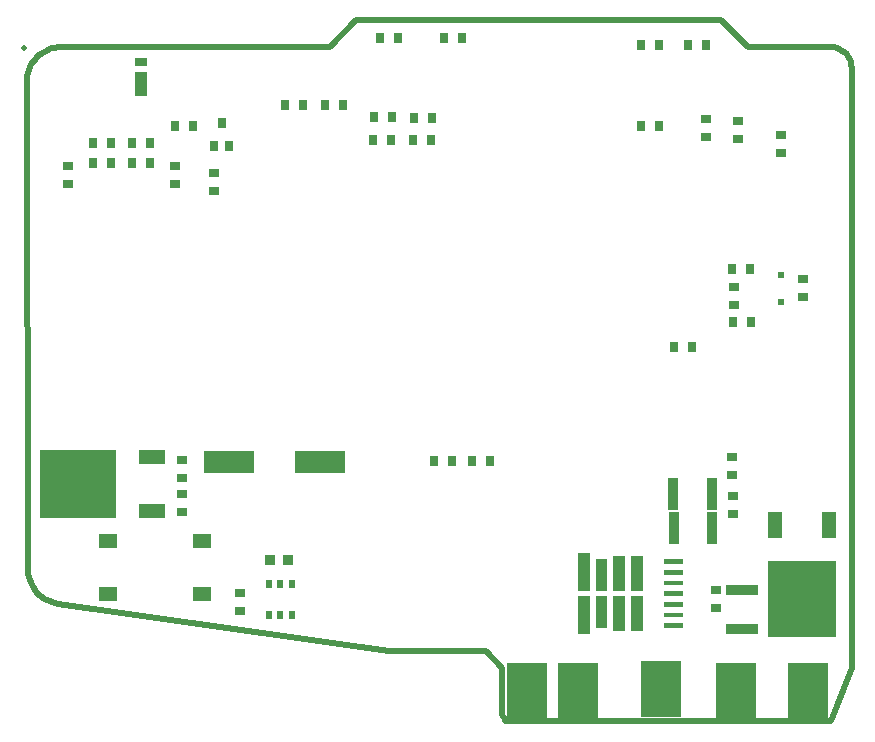
<source format=gtp>
G04*
G04 #@! TF.GenerationSoftware,Altium Limited,Altium Designer,22.2.1 (43)*
G04*
G04 Layer_Color=8421504*
%FSLAX25Y25*%
%MOIN*%
G70*
G04*
G04 #@! TF.SameCoordinates,5B388EAC-A044-4A36-8472-2700C52922B7*
G04*
G04*
G04 #@! TF.FilePolarity,Positive*
G04*
G01*
G75*
%ADD16C,0.01968*%
%ADD19R,0.02600X0.03600*%
%ADD20R,0.03600X0.02600*%
%ADD21R,0.01968X0.02953*%
%ADD22R,0.03740X0.03740*%
%ADD23R,0.03740X0.10630*%
%ADD24R,0.13504X0.18504*%
%ADD25R,0.04331X0.03150*%
%ADD26R,0.04331X0.07874*%
%ADD27R,0.25197X0.22835*%
%ADD28R,0.08661X0.04724*%
%ADD29R,0.06102X0.05118*%
%ADD30R,0.10630X0.03740*%
%ADD31R,0.04724X0.08661*%
%ADD32R,0.22835X0.25197*%
%ADD33R,0.01962X0.01962*%
%ADD34R,0.02756X0.03543*%
%ADD35R,0.17100X0.07600*%
G36*
X218757Y62307D02*
Y60732D01*
X212458Y60732D01*
X212458Y62307D01*
X218757Y62307D01*
D02*
G37*
G36*
Y57189D02*
X212458Y57189D01*
X212458Y58764D01*
X218757D01*
Y57189D01*
D02*
G37*
G36*
Y55221D02*
Y53646D01*
X212458Y53646D01*
X212458Y55221D01*
X218757Y55221D01*
D02*
G37*
G36*
X205371Y51677D02*
X201434Y51677D01*
Y63488D01*
X205371D01*
X205371Y51677D01*
D02*
G37*
G36*
X199466Y51677D02*
X195529D01*
Y63488D01*
X199466D01*
Y51677D01*
D02*
G37*
G36*
X193560D02*
X189623Y51677D01*
Y62306D01*
X193560Y62307D01*
Y51677D01*
D02*
G37*
G36*
X187655D02*
X183718D01*
Y64473D01*
X187655D01*
Y51677D01*
D02*
G37*
G36*
X218757Y50102D02*
X212458Y50102D01*
Y51677D01*
X218757D01*
Y50102D01*
D02*
G37*
G36*
Y46559D02*
X212458Y46559D01*
Y48134D01*
X218757D01*
Y46559D01*
D02*
G37*
G36*
Y43016D02*
X212458Y43016D01*
Y44591D01*
X218757D01*
Y43016D01*
D02*
G37*
G36*
Y39472D02*
X212458Y39472D01*
Y41047D01*
X218757D01*
Y39472D01*
D02*
G37*
G36*
X193560Y39472D02*
X189623Y39473D01*
X189623Y50102D01*
X193560D01*
Y39472D01*
D02*
G37*
G36*
X205371Y50102D02*
X205371Y38291D01*
X201434D01*
Y50102D01*
X205371Y50102D01*
D02*
G37*
G36*
X199466Y38291D02*
X195529D01*
Y50102D01*
X199466D01*
Y38291D01*
D02*
G37*
G36*
X187655Y37307D02*
X183718D01*
Y50102D01*
X187655D01*
Y37307D01*
D02*
G37*
D16*
X-1000Y232850D02*
X-880Y232730D01*
X274955Y226045D02*
X274884Y227035D01*
X274673Y228005D01*
X274326Y228934D01*
X273851Y229805D01*
X273256Y230600D01*
X272554Y231301D01*
X271760Y231896D01*
X270889Y232371D01*
X269959Y232718D01*
X268990Y232929D01*
X268000Y233000D01*
X269Y59520D02*
X311Y58508D01*
X436Y57503D01*
X644Y56511D01*
X933Y55540D01*
X1302Y54597D01*
X1747Y53687D01*
X2265Y52817D01*
X2854Y51992D01*
X3509Y51219D01*
X4226Y50503D01*
X4999Y49849D01*
X5824Y49261D01*
X6694Y48743D01*
X7604Y48298D01*
X8548Y47930D01*
X9519Y47642D01*
X10511Y47435D01*
X11472Y233000D02*
X10472Y232956D01*
X9480Y232826D01*
X8503Y232609D01*
X7548Y232308D01*
X6624Y231925D01*
X5736Y231463D01*
X4892Y230925D01*
X4098Y230316D01*
X3360Y229640D01*
X2684Y228902D01*
X2075Y228108D01*
X1537Y227264D01*
X1075Y226376D01*
X692Y225452D01*
X391Y224497D01*
X174Y223520D01*
X44Y222528D01*
X0Y221528D01*
X80127Y233123D02*
X100995D01*
X109884Y242012D01*
X158285Y10330D02*
X159404Y9211D01*
Y8307D02*
Y9211D01*
Y8307D02*
X268232D01*
X158285Y10330D02*
Y26236D01*
X268232Y8307D02*
X274933Y26054D01*
X274955Y226045D01*
X120798Y31598D02*
X152923D01*
X158285Y26236D01*
X109884Y242012D02*
X231322D01*
X47300Y233123D02*
X80127D01*
X11925D02*
X47300D01*
X231322Y242012D02*
X240322Y233012D01*
X267500D01*
X10511Y47435D02*
X120798Y31598D01*
X0Y221528D02*
X269Y59520D01*
X274955Y226045D02*
X274884Y227035D01*
X274673Y228005D01*
X274326Y228934D01*
X273851Y229805D01*
X273256Y230600D01*
X272554Y231301D01*
X271760Y231896D01*
X270889Y232371D01*
X269959Y232718D01*
X268990Y232929D01*
X268000Y233000D01*
X269Y59520D02*
X311Y58508D01*
X436Y57503D01*
X644Y56511D01*
X933Y55540D01*
X1302Y54597D01*
X1747Y53687D01*
X2265Y52817D01*
X2854Y51992D01*
X3509Y51219D01*
X4226Y50503D01*
X4999Y49849D01*
X5824Y49261D01*
X6694Y48743D01*
X7604Y48298D01*
X8548Y47930D01*
X9519Y47642D01*
X10511Y47435D01*
X11472Y233000D02*
X10472Y232956D01*
X9480Y232826D01*
X8503Y232609D01*
X7548Y232308D01*
X6624Y231925D01*
X5736Y231463D01*
X4892Y230925D01*
X4098Y230316D01*
X3360Y229640D01*
X2684Y228902D01*
X2075Y228108D01*
X1537Y227264D01*
X1075Y226376D01*
X692Y225452D01*
X391Y224497D01*
X174Y223520D01*
X44Y222528D01*
X0Y221528D01*
X80127Y233123D02*
X100995D01*
X109884Y242012D01*
X158285Y10330D02*
X159404Y9211D01*
Y8307D02*
Y9211D01*
Y8307D02*
X268232D01*
X158285Y10330D02*
Y26236D01*
X268232Y8307D02*
X274933Y26054D01*
X274955Y226045D01*
X120798Y31598D02*
X152923D01*
X158285Y26236D01*
X109884Y242012D02*
X231322D01*
X47300Y233123D02*
X80127D01*
X11925D02*
X47300D01*
X231322Y242012D02*
X240322Y233012D01*
X267500D01*
X10511Y47435D02*
X120798Y31598D01*
X0Y221528D02*
X269Y59520D01*
D19*
X241134Y159022D02*
D03*
X235134D02*
D03*
X235289Y141301D02*
D03*
X241289D02*
D03*
X221735Y132989D02*
D03*
X215735D02*
D03*
X226486Y233685D02*
D03*
X220486D02*
D03*
X210833Y233772D02*
D03*
X204833D02*
D03*
X117743Y236000D02*
D03*
X123743D02*
D03*
X138949D02*
D03*
X144949D02*
D03*
X49500Y206908D02*
D03*
X55500D02*
D03*
X148500Y95000D02*
D03*
X154500D02*
D03*
X135686Y94968D02*
D03*
X141686D02*
D03*
X35000Y201000D02*
D03*
X41000D02*
D03*
X22000D02*
D03*
X28000D02*
D03*
X134804Y202211D02*
D03*
X128804D02*
D03*
X92000Y213843D02*
D03*
X86000D02*
D03*
X134999Y209399D02*
D03*
X128999D02*
D03*
X121565Y202047D02*
D03*
X115565D02*
D03*
X210602Y206770D02*
D03*
X204602D02*
D03*
X105500Y213856D02*
D03*
X99500D02*
D03*
X41000Y194500D02*
D03*
X35000Y194500D02*
D03*
X22000Y194500D02*
D03*
X28000D02*
D03*
X115686Y209854D02*
D03*
X121686D02*
D03*
D20*
X235572Y147186D02*
D03*
Y153186D02*
D03*
X70958Y44959D02*
D03*
Y50959D02*
D03*
X251500Y203833D02*
D03*
Y197833D02*
D03*
X229742Y52008D02*
D03*
Y46008D02*
D03*
X51631Y95577D02*
D03*
Y89577D02*
D03*
X51717Y78000D02*
D03*
Y84000D02*
D03*
X237000Y208500D02*
D03*
Y202500D02*
D03*
X226500Y209000D02*
D03*
Y203000D02*
D03*
X62392Y191020D02*
D03*
Y185020D02*
D03*
X49331Y187528D02*
D03*
Y193528D02*
D03*
X13898D02*
D03*
Y187528D02*
D03*
X235349Y83570D02*
D03*
Y77570D02*
D03*
X235089Y96300D02*
D03*
Y90300D02*
D03*
X258866Y155709D02*
D03*
Y149709D02*
D03*
D21*
X88240Y43697D02*
D03*
X84500D02*
D03*
X80760Y43697D02*
D03*
X80760Y54130D02*
D03*
X84500D02*
D03*
X88240D02*
D03*
D22*
X87090Y62186D02*
D03*
X81185D02*
D03*
D23*
X215555Y84056D02*
D03*
X228548D02*
D03*
X215569Y72926D02*
D03*
X228561D02*
D03*
D24*
X211368Y19000D02*
D03*
X236273Y18500D02*
D03*
X183640Y18473D02*
D03*
X260500Y18500D02*
D03*
X166668D02*
D03*
D25*
X38000Y228100D02*
D03*
D26*
Y220620D02*
D03*
D27*
X16965Y87524D02*
D03*
D28*
X41768Y96500D02*
D03*
X41768Y78547D02*
D03*
D29*
X27201Y68376D02*
D03*
Y50660D02*
D03*
X58500Y68376D02*
D03*
Y50660D02*
D03*
D30*
X238243Y38991D02*
D03*
Y51983D02*
D03*
D31*
X267494Y73808D02*
D03*
X249542D02*
D03*
D32*
X258518Y49005D02*
D03*
D33*
X251500Y157107D02*
D03*
Y148052D02*
D03*
D34*
X65000Y207740D02*
D03*
X67559Y200260D02*
D03*
X62441D02*
D03*
D35*
X67360Y94742D02*
D03*
X97860D02*
D03*
M02*

</source>
